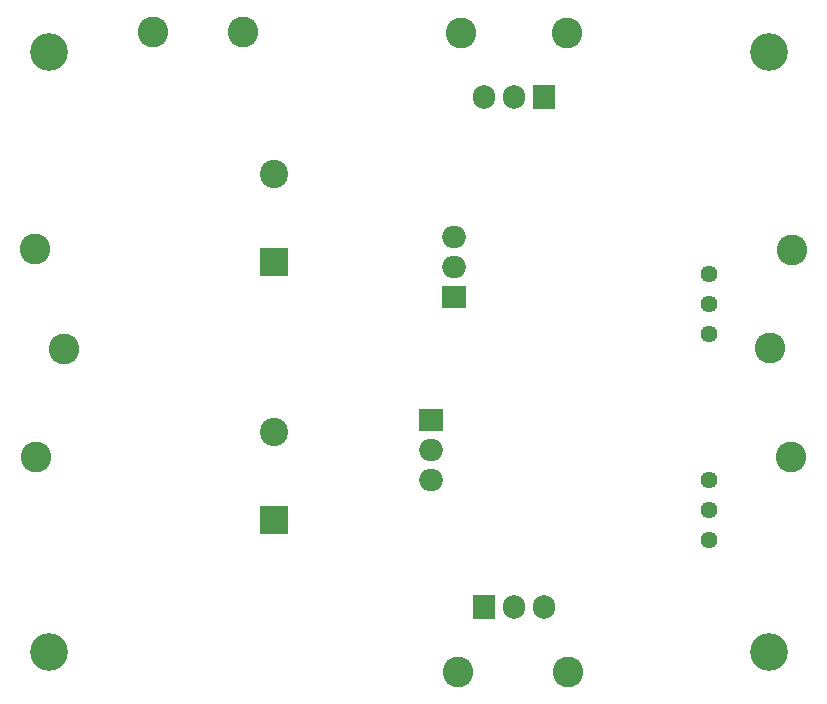
<source format=gbr>
G04 #@! TF.GenerationSoftware,KiCad,Pcbnew,(5.1.10-0-10_14)*
G04 #@! TF.CreationDate,2021-09-13T19:20:13+02:00*
G04 #@! TF.ProjectId,lv-lownoise-psu,6c762d6c-6f77-46e6-9f69-73652d707375,rev?*
G04 #@! TF.SameCoordinates,Original*
G04 #@! TF.FileFunction,Soldermask,Bot*
G04 #@! TF.FilePolarity,Negative*
%FSLAX46Y46*%
G04 Gerber Fmt 4.6, Leading zero omitted, Abs format (unit mm)*
G04 Created by KiCad (PCBNEW (5.1.10-0-10_14)) date 2021-09-13 19:20:13*
%MOMM*%
%LPD*%
G01*
G04 APERTURE LIST*
%ADD10O,2.000000X1.905000*%
%ADD11R,2.000000X1.905000*%
%ADD12O,1.905000X2.000000*%
%ADD13R,1.905000X2.000000*%
%ADD14C,2.400000*%
%ADD15R,2.400000X2.400000*%
%ADD16C,2.600000*%
%ADD17C,1.440000*%
%ADD18C,3.200000*%
G04 APERTURE END LIST*
D10*
X117475000Y-69215000D03*
X117475000Y-66675000D03*
D11*
X117475000Y-64135000D03*
D10*
X119380000Y-48641000D03*
X119380000Y-51181000D03*
D11*
X119380000Y-53721000D03*
D12*
X127000000Y-80010000D03*
X124460000Y-80010000D03*
D13*
X121920000Y-80010000D03*
D12*
X121920000Y-36830000D03*
X124460000Y-36830000D03*
D13*
X127000000Y-36830000D03*
D14*
X104140000Y-65151000D03*
D15*
X104140000Y-72651000D03*
D14*
X104140000Y-43300000D03*
D15*
X104140000Y-50800000D03*
D16*
X119761000Y-85471000D03*
X129032000Y-85471000D03*
X128968500Y-31369000D03*
X120015000Y-31369000D03*
X93916500Y-31305500D03*
X101536500Y-31305500D03*
D17*
X140970000Y-74295000D03*
X140970000Y-71755000D03*
X140970000Y-69215000D03*
X140970000Y-56832500D03*
X140970000Y-54292500D03*
X140970000Y-51752500D03*
D16*
X147955000Y-67310000D03*
X146113500Y-58039000D03*
X148018500Y-49784000D03*
X83921600Y-49631600D03*
X86360000Y-58166000D03*
X83972400Y-67259200D03*
D18*
X146050000Y-33020000D03*
X146050000Y-83820000D03*
X85090000Y-83820000D03*
X85090000Y-33020000D03*
M02*

</source>
